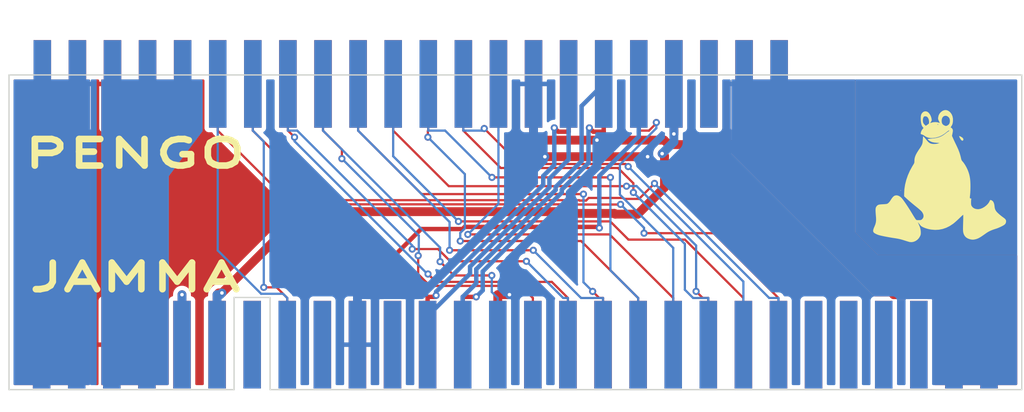
<source format=kicad_pcb>
(kicad_pcb (version 20211014) (generator pcbnew)
  (layers (0 "F.Cu" signal) (31 "B.Cu" signal) (34 "B.Paste" user) (35 "F.Paste" user) (36 "B.SilkS" user "B.Silkscreen") (37 "F.SilkS" user "F.Silkscreen") (38 "B.Mask" user) (39 "F.Mask" user) (44 "Edge.Cuts" user))
  (net 0 "")
  (net 1 "/1PS")
  (net 2 "/1P2")
  (net 3 "/1P1")
  (net 4 "/1PR")
  (net 5 "/1PU")
  (net 6 "/1PC")
  (net 7 "/1PD")
  (net 8 "/1P3")
  (net 9 "/GREEN")
  (net 10 "/RED")
  (net 11 "/TEST")
  (net 12 "/2PL")
  (net 13 "/2P1")
  (net 14 "/-5V")
  (net 15 "/12V")
  (net 16 "/S+")
  (net 17 "/2P2")
  (net 18 "/2PR")
  (net 19 "/2PS")
  (net 20 "/2PU")
  (net 21 "/SVC")
  (net 22 "/1PL")
  (net 23 "/2PD")
  (net 24 "/2PC")
  (net 25 "/CC1")
  (net 26 "/CC2")
  (net 27 "/BLUE")
  (net 28 "/SYNC")
  (net 29 "/2P3")
  (net 44 "/GND")
  (net 45 "/5V")
  (footprint "toyoshim:Connector_Edge_3.96mm_02x28_Row_JAMMA" (layer "F.Cu") (at 141.98 116.84)
    (fp_text reference "J4" hide)
    (fp_text value "JAMMA")
  )
  (footprint "toyoshim:Penguin" (layer "F.Cu") (at 189.868187 96.699061)
    (fp_text reference "G1" hide)
    (fp_text value "LOGO" hide)
  )
  (footprint "toyoshim:Connector_Edge_3.96mm_02x22_Row_PENGO" (layer "F.Cu") (at 130.175 87.376)
    (fp_text reference "J1" hide)
    (fp_text value "PENGO")
  )
  (footprint "toyoshim:Penguin_mask" (layer "F.Cu") (at 189.868187 96.699061)
    (fp_text reference "G2" hide)
    (fp_text value "LOGO" hide)
  )
  (gr_line (start 110.236 121.92) (end 110.236 111.506) (layer "Edge.Cuts") (width 0.15))
  (gr_line (start 114.3 111.506) (end 114.3 121.92) (layer "Edge.Cuts") (width 0.15))
  (gr_line (start 199.136 86.36) (end 84.836 86.36) (layer "Edge.Cuts") (width 0.15))
  (gr_line (start 110.236 111.506) (end 114.3 111.506) (layer "Edge.Cuts") (width 0.15))
  (gr_line (start 114.3 121.92) (end 199.136 121.92) (layer "Edge.Cuts") (width 0.15))
  (gr_line (start 199.136 121.92) (end 199.136 86.36) (layer "Edge.Cuts") (width 0.15))
  (gr_line (start 84.836 121.92) (end 84.836 86.36) (layer "Edge.Cuts") (width 0.15))
  (gr_line (start 84.836 121.92) (end 110.236 121.92) (layer "Edge.Cuts") (width 0.15))
  (gr_text "PENGO" (at 99.06 95.25) (layer "F.SilkS") (effects (font (size 3 5) (thickness 0.75))))
  (gr_text "JAMMA" (at 99.06 109.22) (layer "F.SilkS") (effects (font (size 3 5) (thickness 0.75))))
  (segment (start 151.4489 111.5647) (end 151.88 111.5647) (width 0.25) (layer "F.Cu") (net 1))
  (segment (start 124.235 87.376) (end 124.235 92.6513) (width 0.25) (layer "F.Cu") (net 1))
  (segment (start 151.88 116.84) (end 151.88 111.5647) (width 0.25) (layer "F.Cu") (net 1))
  (segment (start 124.235 92.6513) (end 131.4107 99.827) (width 0.25) (layer "F.Cu") (net 1))
  (segment (start 150.7064 110.8222) (end 151.4489 111.5647) (width 0.25) (layer "F.Cu") (net 1))
  (segment (start 131.4107 99.827) (end 149.6689 99.827) (width 0.25) (layer "F.Cu") (net 1))
  (via (at 150.7064 110.8222) (size 0.8) (drill 0.4) (layers "F.Cu" "B.Cu") (net 1))
  (via (at 149.6689 99.827) (size 0.8) (drill 0.4) (layers "F.Cu" "B.Cu") (net 1))
  (segment (start 149.6689 99.827) (end 149.6689 109.7847) (width 0.25) (layer "B.Cu") (net 1))
  (segment (start 149.6689 109.7847) (end 150.7064 110.8222) (width 0.25) (layer "B.Cu") (net 1))
  (segment (start 108.395 87.376) (end 108.395 92.6513) (width 0.25) (layer "F.Cu") (net 3))
  (segment (start 164.3582 104.2429) (end 156.5061 104.2429) (width 0.25) (layer "F.Cu") (net 3))
  (segment (start 148.4268 100.984) (end 148.4454 101.0026) (width 0.25) (layer "F.Cu") (net 3))
  (segment (start 108.395 92.6513) (end 116.7277 100.984) (width 0.25) (layer "F.Cu") (net 3))
  (segment (start 116.7277 100.984) (end 148.4268 100.984) (width 0.25) (layer "F.Cu") (net 3))
  (segment (start 171.68 111.5647) (end 164.3582 104.2429) (width 0.25) (layer "F.Cu") (net 3))
  (segment (start 148.4454 101.0026) (end 153.84 101.0026) (width 0.25) (layer "F.Cu") (net 3))
  (segment (start 171.68 116.84) (end 171.68 111.5647) (width 0.25) (layer "F.Cu") (net 3))
  (segment (start 153.84 101.0026) (end 153.8571 100.9855) (width 0.25) (layer "F.Cu") (net 3))
  (via (at 153.8571 100.9855) (size 0.8) (drill 0.4) (layers "F.Cu" "B.Cu") (net 3))
  (via (at 156.5061 104.2429) (size 0.8) (drill 0.4) (layers "F.Cu" "B.Cu") (net 3))
  (segment (start 156.5061 103.6345) (end 153.8571 100.9855) (width 0.25) (layer "B.Cu") (net 3))
  (segment (start 156.5061 104.2429) (end 156.5061 103.6345) (width 0.25) (layer "B.Cu") (net 3))
  (segment (start 152.692 102.9098) (end 154.7504 104.9682) (width 0.25) (layer "F.Cu") (net 4))
  (segment (start 167.72 116.84) (end 167.72 111.5647) (width 0.25) (layer "F.Cu") (net 4))
  (segment (start 135.5603 102.9098) (end 152.692 102.9098) (width 0.25) (layer "F.Cu") (net 4))
  (segment (start 161.1235 104.9682) (end 167.72 111.5647) (width 0.25) (layer "F.Cu") (net 4))
  (segment (start 154.7504 104.9682) (end 161.1235 104.9682) (width 0.25) (layer "F.Cu") (net 4))
  (via (at 135.5603 102.9098) (size 0.8) (drill 0.4) (layers "F.Cu" "B.Cu") (net 4))
  (segment (start 128.195 87.376) (end 128.195 95.5445) (width 0.25) (layer "B.Cu") (net 4))
  (segment (start 128.195 95.5445) (end 135.5603 102.9098) (width 0.25) (layer "B.Cu") (net 4))
  (segment (start 155.84 111.5647) (end 149.4044 105.1291) (width 0.25) (layer "F.Cu") (net 5))
  (segment (start 132.1094 92.6969) (end 132.1094 93.3938) (width 0.25) (layer "F.Cu") (net 5))
  (segment (start 132.155 92.6513) (end 132.1094 92.6969) (width 0.25) (layer "F.Cu") (net 5))
  (segment (start 132.155 87.376) (end 132.155 92.6513) (width 0.25) (layer "F.Cu") (net 5))
  (segment (start 155.84 116.84) (end 155.84 111.5647) (width 0.25) (layer "F.Cu") (net 5))
  (segment (start 149.4044 105.1291) (end 135.7661 105.1291) (width 0.25) (layer "F.Cu") (net 5))
  (via (at 132.1094 93.3938) (size 0.8) (drill 0.4) (layers "F.Cu" "B.Cu") (net 5))
  (via (at 135.7661 105.1291) (size 0.8) (drill 0.4) (layers "F.Cu" "B.Cu") (net 5))
  (segment (start 136.2857 103.6906) (end 135.7661 104.2102) (width 0.25) (layer "B.Cu") (net 5))
  (segment (start 136.2857 97.5701) (end 136.2857 103.6906) (width 0.25) (layer "B.Cu") (net 5))
  (segment (start 135.7661 104.2102) (end 135.7661 105.1291) (width 0.25) (layer "B.Cu") (net 5))
  (segment (start 132.1094 93.3938) (end 136.2857 97.5701) (width 0.25) (layer "B.Cu") (net 5))
  (segment (start 116.315 87.376) (end 116.315 92.6513) (width 0.25) (layer "F.Cu") (net 6))
  (segment (start 132.127 108.8531) (end 133.0185 109.7446) (width 0.25) (layer "F.Cu") (net 6))
  (segment (start 116.315 92.6513) (end 117.0603 93.3966) (width 0.25) (layer "F.Cu") (net 6))
  (segment (start 147.92 116.84) (end 147.92 111.5647) (width 0.25) (layer "F.Cu") (net 6))
  (segment (start 146.0999 109.7446) (end 147.92 111.5647) (width 0.25) (layer "F.Cu") (net 6))
  (segment (start 133.0185 109.7446) (end 146.0999 109.7446) (width 0.25) (layer "F.Cu") (net 6))
  (via (at 117.0603 93.3966) (size 0.8) (drill 0.4) (layers "F.Cu" "B.Cu") (net 6))
  (via (at 132.127 108.8531) (size 0.8) (drill 0.4) (layers "F.Cu" "B.Cu") (net 6))
  (segment (start 117.0603 93.8497) (end 132.0637 108.8531) (width 0.25) (layer "B.Cu") (net 6))
  (segment (start 132.0637 108.8531) (end 132.127 108.8531) (width 0.25) (layer "B.Cu") (net 6))
  (segment (start 117.0603 93.3966) (end 117.0603 93.8497) (width 0.25) (layer "B.Cu") (net 6))
  (segment (start 159.8 116.84) (end 159.8 111.5647) (width 0.25) (layer "F.Cu") (net 7))
  (segment (start 159.8 111.5647) (end 152.616 104.3807) (width 0.25) (layer "F.Cu") (net 7))
  (segment (start 152.616 104.3807) (end 136.6213 104.3807) (width 0.25) (layer "F.Cu") (net 7))
  (via (at 136.6213 104.3807) (size 0.8) (drill 0.4) (layers "F.Cu" "B.Cu") (net 7))
  (segment (start 140.075 87.376) (end 140.075 92.6513) (width 0.25) (layer "B.Cu") (net 7))
  (segment (start 140.075 100.927) (end 136.6213 104.3807) (width 0.25) (layer "B.Cu") (net 7))
  (segment (start 140.075 92.6513) (end 140.075 100.927) (width 0.25) (layer "B.Cu") (net 7))
  (segment (start 147.995 95.9073) (end 145.8287 98.0736) (width 0.5) (layer "B.Cu") (net 9))
  (segment (start 145.8287 99.0641) (end 136.8713 108.0215) (width 0.5) (layer "B.Cu") (net 9))
  (segment (start 136.8713 108.8194) (end 132.08 113.6107) (width 0.5) (layer "B.Cu") (net 9))
  (segment (start 132.08 113.6107) (end 132.08 116.84) (width 0.5) (layer "B.Cu") (net 9))
  (segment (start 145.8287 98.0736) (end 145.8287 99.0641) (width 0.5) (layer "B.Cu") (net 9))
  (segment (start 136.8713 108.0215) (end 136.8713 108.8194) (width 0.5) (layer "B.Cu") (net 9))
  (segment (start 147.995 92.7763) (end 147.995 95.9073) (width 0.5) (layer "B.Cu") (net 9))
  (segment (start 147.995 87.376) (end 147.995 92.7763) (width 0.5) (layer "B.Cu") (net 9))
  (segment (start 132.08 111.4397) (end 132.8731 111.4397) (width 0.5) (layer "F.Cu") (net 10))
  (segment (start 132.8731 111.4397) (end 133.0388 111.274) (width 0.5) (layer "F.Cu") (net 10))
  (segment (start 147.995 92.7763) (end 146.8165 92.7763) (width 0.5) (layer "F.Cu") (net 10))
  (segment (start 146.8165 92.7763) (end 146.3782 92.338) (width 0.5) (layer "F.Cu") (net 10))
  (segment (start 132.08 116.84) (end 132.08 111.4397) (width 0.5) (layer "F.Cu") (net 10))
  (segment (start 147.995 87.376) (end 147.995 92.7763) (width 0.5) (layer "F.Cu") (net 10))
  (via (at 146.3782 92.338) (size 0.8) (drill 0.4) (layers "F.Cu" "B.Cu") (net 10))
  (via (at 133.0388 111.274) (size 0.8) (drill 0.4) (layers "F.Cu" "B.Cu") (net 10))
  (segment (start 145.1284 98.7739) (end 133.0388 110.8635) (width 0.5) (layer "B.Cu") (net 10))
  (segment (start 146.3782 92.338) (end 146.3782 96.5336) (width 0.5) (layer "B.Cu") (net 10))
  (segment (start 145.1284 97.7834) (end 145.1284 98.7739) (width 0.5) (layer "B.Cu") (net 10))
  (segment (start 133.0388 110.8635) (end 133.0388 111.274) (width 0.5) (layer "B.Cu") (net 10))
  (segment (start 146.3782 96.5336) (end 145.1284 97.7834) (width 0.5) (layer "B.Cu") (net 10))
  (segment (start 120.275 87.376) (end 120.275 92.6513) (width 0.25) (layer "F.Cu") (net 11))
  (segment (start 120.275 92.6513) (end 122.4051 94.7814) (width 0.25) (layer "F.Cu") (net 11))
  (segment (start 143.96 116.84) (end 143.96 111.5647) (width 0.25) (layer "F.Cu") (net 11))
  (segment (start 132.3449 110.1949) (end 142.5902 110.1949) (width 0.25) (layer "F.Cu") (net 11))
  (segment (start 142.5902 110.1949) (end 143.96 111.5647) (width 0.25) (layer "F.Cu") (net 11))
  (segment (start 131.0167 106.7804) (end 131.0167 108.8667) (width 0.25) (layer "F.Cu") (net 11))
  (segment (start 122.4051 94.7814) (end 122.4051 95.8207) (width 0.25) (layer "F.Cu") (net 11))
  (segment (start 131.0167 108.8667) (end 132.3449 110.1949) (width 0.25) (layer "F.Cu") (net 11))
  (via (at 122.4051 95.8207) (size 0.8) (drill 0.4) (layers "F.Cu" "B.Cu") (net 11))
  (via (at 131.0167 106.7804) (size 0.8) (drill 0.4) (layers "F.Cu" "B.Cu") (net 11))
  (segment (start 131.0842 106.7129) (end 131.0167 106.7804) (width 0.25) (layer "B.Cu") (net 11))
  (segment (start 131.0842 104.4998) (end 131.0842 106.7129) (width 0.25) (layer "B.Cu") (net 11))
  (segment (start 122.4051 95.8207) (end 131.0842 104.4998) (width 0.25) (layer "B.Cu") (net 11))
  (segment (start 155.3036 98.6055) (end 155.3036 99.6392) (width 0.25) (layer "F.Cu") (net 12))
  (segment (start 136.115 87.376) (end 136.115 92.6513) (width 0.25) (layer "F.Cu") (net 12))
  (segment (start 153.572 96.8739) (end 155.3036 98.6055) (width 0.25) (layer "F.Cu") (net 12))
  (segment (start 136.115 92.6513) (end 140.3376 96.8739) (width 0.25) (layer "F.Cu") (net 12))
  (segment (start 140.3376 96.8739) (end 153.572 96.8739) (width 0.25) (layer "F.Cu") (net 12))
  (via (at 155.3036 99.6392) (size 0.8) (drill 0.4) (layers "F.Cu" "B.Cu") (net 12))
  (segment (start 161.1156 110.6315) (end 162.0488 111.5647) (width 0.25) (layer "B.Cu") (net 12))
  (segment (start 161.1156 105.4512) (end 161.1156 110.6315) (width 0.25) (layer "B.Cu") (net 12))
  (segment (start 155.3036 99.6392) (end 161.1156 105.4512) (width 0.25) (layer "B.Cu") (net 12))
  (segment (start 163.76 116.84) (end 163.76 111.5647) (width 0.25) (layer "B.Cu") (net 12))
  (segment (start 162.0488 111.5647) (end 163.76 111.5647) (width 0.25) (layer "B.Cu") (net 12))
  (segment (start 154.1591 100.2587) (end 154.2649 100.3645) (width 0.25) (layer "F.Cu") (net 13))
  (segment (start 149.2329 100.5523) (end 149.9694 100.5523) (width 0.25) (layer "F.Cu") (net 13))
  (segment (start 112.355 92.6513) (end 120.2171 100.5134) (width 0.25) (layer "F.Cu") (net 13))
  (segment (start 149.194 100.5134) (end 149.2329 100.5523) (width 0.25) (layer "F.Cu") (net 13))
  (segment (start 155.9434 100.3645) (end 157.688 98.6199) (width 0.25) (layer "F.Cu") (net 13))
  (segment (start 150.263 100.2587) (end 154.1591 100.2587) (width 0.25) (layer "F.Cu") (net 13))
  (segment (start 120.2171 100.5134) (end 149.194 100.5134) (width 0.25) (layer "F.Cu") (net 13))
  (segment (start 112.355 87.376) (end 112.355 92.6513) (width 0.25) (layer "F.Cu") (net 13))
  (segment (start 149.9694 100.5523) (end 150.263 100.2587) (width 0.25) (layer "F.Cu") (net 13))
  (segment (start 154.2649 100.3645) (end 155.9434 100.3645) (width 0.25) (layer "F.Cu") (net 13))
  (via (at 157.688 98.6199) (size 0.8) (drill 0.4) (layers "F.Cu" "B.Cu") (net 13))
  (segment (start 171.68 111.5647) (end 170.6328 111.5647) (width 0.25) (layer "B.Cu") (net 13))
  (segment (start 170.6328 111.5647) (end 157.688 98.6199) (width 0.25) (layer "B.Cu") (net 13))
  (segment (start 171.68 116.84) (end 171.68 111.5647) (width 0.25) (layer "B.Cu") (net 13))
  (segment (start 104.36 116.84) (end 104.36 111.1897) (width 1) (layer "F.Cu") (net 14))
  (via (at 104.36 111.1897) (size 0.8) (drill 0.4) (layers "F.Cu" "B.Cu") (net 14))
  (segment (start 104.36 116.84) (end 104.36 111.1897) (width 1) (layer "B.Cu") (net 14))
  (segment (start 148.2826 102.007) (end 153.1706 102.007) (width 1) (layer "F.Cu") (net 15))
  (segment (start 158.8182 95.5229) (end 158.5487 95.2534) (width 1) (layer "F.Cu") (net 15))
  (segment (start 148.085 101.8094) (end 148.2826 102.007) (width 1) (layer "F.Cu") (net 15))
  (segment (start 108.32 116.84) (end 108.32 111.1897) (width 1) (layer "F.Cu") (net 15))
  (segment (start 108.5148 110.9949) (end 108.32 111.1897) (width 1) (layer "F.Cu") (net 15))
  (segment (start 158.8182 99.0744) (end 158.8182 95.5229) (width 1) (layer "F.Cu") (net 15))
  (segment (start 159.875 87.376) (end 159.875 92.7262) (width 1) (layer "F.Cu") (net 15))
  (segment (start 159.875 92.7262) (end 159.875 93.0263) (width 1) (layer "F.Cu") (net 15))
  (segment (start 118.0534 101.8094) (end 148.085 101.8094) (width 1) (layer "F.Cu") (net 15))
  (segment (start 155.8065 102.0861) (end 158.8182 99.0744) (width 1) (layer "F.Cu") (net 15))
  (segment (start 153.1706 102.007) (end 153.2497 102.0861) (width 1) (layer "F.Cu") (net 15))
  (segment (start 153.2497 102.0861) (end 155.8065 102.0861) (width 1) (layer "F.Cu") (net 15))
  (segment (start 108.8679 110.9949) (end 108.5148 110.9949) (width 1) (layer "F.Cu") (net 15))
  (segment (start 108.8679 110.9949) (end 118.0534 101.8094) (width 1) (layer "F.Cu") (net 15))
  (via (at 159.875 93.0263) (size 0.8) (drill 0.4) (layers "F.Cu" "B.Cu") (net 15))
  (via (at 158.5487 95.2534) (size 0.8) (drill 0.4) (layers "F.Cu" "B.Cu") (net 15))
  (via (at 108.8679 110.9949) (size 0.8) (drill 0.4) (layers "F.Cu" "B.Cu") (net 15))
  (segment (start 108.32 116.84) (end 108.32 111.1897) (width 1) (layer "B.Cu") (net 15))
  (segment (start 108.6731 111.1897) (end 108.8679 110.9949) (width 1) (layer "B.Cu") (net 15))
  (segment (start 159.875 87.376) (end 159.875 92.7262) (width 1) (layer "B.Cu") (net 15))
  (segment (start 159.875 93.9271) (end 158.5487 95.2534) (width 1) (layer "B.Cu") (net 15))
  (segment (start 159.875 92.7262) (end 159.875 93.0263) (width 1) (layer "B.Cu") (net 15))
  (segment (start 108.32 111.1897) (end 108.6731 111.1897) (width 1) (layer "B.Cu") (net 15))
  (segment (start 159.875 93.0263) (end 159.875 93.9271) (width 1) (layer "B.Cu") (net 15))
  (segment (start 131.3484 103.7717) (end 136.0278 103.7717) (width 0.5) (layer "F.Cu") (net 16))
  (segment (start 124.16 111.4397) (end 124.16 110.9601) (width 0.5) (layer "F.Cu") (net 16))
  (segment (start 124.16 116.84) (end 124.16 111.4397) (width 0.5) (layer "F.Cu") (net 16))
  (segment (start 136.0278 103.7717) (end 136.2691 103.5304) (width 0.5) (layer "F.Cu") (net 16))
  (segment (start 124.16 110.9601) (end 131.3484 103.7717) (width 0.5) (layer "F.Cu") (net 16))
  (segment (start 151.3394 103.5304) (end 151.46 103.651) (width 0.5) (layer "F.Cu") (net 16))
  (segment (start 136.2691 103.5304) (end 151.3394 103.5304) (width 0.5) (layer "F.Cu") (net 16))
  (via (at 151.46 103.651) (size 0.8) (drill 0.4) (layers "F.Cu" "B.Cu") (net 16))
  (segment (start 155.915 93.3176) (end 155.915 92.7763) (width 0.5) (layer "B.Cu") (net 16))
  (segment (start 151.46 103.651) (end 151.46 97.7726) (width 0.5) (layer "B.Cu") (net 16))
  (segment (start 155.915 87.376) (end 155.915 92.7763) (width 0.5) (layer "B.Cu") (net 16))
  (segment (start 151.46 97.7726) (end 155.915 93.3176) (width 0.5) (layer "B.Cu") (net 16))
  (segment (start 154.4322 96.4235) (end 154.7213 96.7126) (width 0.25) (layer "F.Cu") (net 18))
  (segment (start 142.4844 96.4235) (end 154.4322 96.4235) (width 0.25) (layer "F.Cu") (net 18))
  (segment (start 138.4726 92.4117) (end 142.4844 96.4235) (width 0.25) (layer "F.Cu") (net 18))
  (via (at 138.4726 92.4117) (size 0.8) (drill 0.4) (layers "F.Cu" "B.Cu") (net 18))
  (via (at 154.7213 96.7126) (size 0.8) (drill 0.4) (layers "F.Cu" "B.Cu") (net 18))
  (segment (start 136.115 92.6513) (end 138.233 92.6513) (width 0.25) (layer "B.Cu") (net 18))
  (segment (start 167.72 116.84) (end 167.72 109.7113) (width 0.25) (layer "B.Cu") (net 18))
  (segment (start 138.233 92.6513) (end 138.4726 92.4117) (width 0.25) (layer "B.Cu") (net 18))
  (segment (start 136.115 87.376) (end 136.115 92.6513) (width 0.25) (layer "B.Cu") (net 18))
  (segment (start 167.72 109.7113) (end 154.7213 96.7126) (width 0.25) (layer "B.Cu") (net 18))
  (segment (start 134.56 106.1721) (end 144.0062 106.1721) (width 0.25) (layer "F.Cu") (net 19))
  (via (at 144.0062 106.1721) (size 0.8) (drill 0.4) (layers "F.Cu" "B.Cu") (net 19))
  (via (at 134.56 106.1721) (size 0.8) (drill 0.4) (layers "F.Cu" "B.Cu") (net 19))
  (segment (start 124.235 87.376) (end 124.235 92.6513) (width 0.25) (layer "B.Cu") (net 19))
  (segment (start 134.56 102.9763) (end 134.56 106.1721) (width 0.25) (layer "B.Cu") (net 19))
  (segment (start 151.88 116.84) (end 151.88 111.5647) (width 0.25) (layer "B.Cu") (net 19))
  (segment (start 149.3988 111.5647) (end 144.0062 106.1721) (width 0.25) (layer "B.Cu") (net 19))
  (segment (start 124.235 92.6513) (end 134.56 102.9763) (width 0.25) (layer "B.Cu") (net 19))
  (segment (start 151.88 111.5647) (end 149.3988 111.5647) (width 0.25) (layer "B.Cu") (net 19))
  (segment (start 139.3448 97.9373) (end 152.7123 97.9373) (width 0.25) (layer "F.Cu") (net 20))
  (via (at 139.3448 97.9373) (size 0.8) (drill 0.4) (layers "F.Cu" "B.Cu") (net 20))
  (via (at 152.7123 97.9373) (size 0.8) (drill 0.4) (layers "F.Cu" "B.Cu") (net 20))
  (segment (start 152.7123 97.9373) (end 152.7123 108.437) (width 0.25) (layer "B.Cu") (net 20))
  (segment (start 152.7123 108.437) (end 155.84 111.5647) (width 0.25) (layer "B.Cu") (net 20))
  (segment (start 134.0588 92.6513) (end 139.3448 97.9373) (width 0.25) (layer "B.Cu") (net 20))
  (segment (start 132.155 87.376) (end 132.155 92.6513) (width 0.25) (layer "B.Cu") (net 20))
  (segment (start 132.155 92.6513) (end 134.0588 92.6513) (width 0.25) (layer "B.Cu") (net 20))
  (segment (start 155.84 116.84) (end 155.84 111.5647) (width 0.25) (layer "B.Cu") (net 20))
  (segment (start 135.0488 109.0193) (end 139.3226 109.0193) (width 0.25) (layer "F.Cu") (net 21))
  (segment (start 133.4908 107.4613) (end 135.0488 109.0193) (width 0.25) (layer "F.Cu") (net 21))
  (via (at 139.3226 109.0193) (size 0.8) (drill 0.4) (layers "F.Cu" "B.Cu") (net 21))
  (via (at 133.4908 107.4613) (size 0.8) (drill 0.4) (layers "F.Cu" "B.Cu") (net 21))
  (segment (start 133.4908 105.8671) (end 133.4908 107.4613) (width 0.25) (layer "B.Cu") (net 21))
  (segment (start 139.3226 110.8873) (end 140 111.5647) (width 0.25) (layer "B.Cu") (net 21))
  (segment (start 120.275 92.6513) (end 133.4908 105.8671) (width 0.25) (layer "B.Cu") (net 21))
  (segment (start 139.3226 109.0193) (end 139.3226 110.8873) (width 0.25) (layer "B.Cu") (net 21))
  (segment (start 120.275 87.376) (end 120.275 92.6513) (width 0.25) (layer "B.Cu") (net 21))
  (segment (start 140 116.84) (end 140 111.5647) (width 0.25) (layer "B.Cu") (net 21))
  (segment (start 163.76 116.84) (end 163.76 111.5647) (width 0.25) (layer "F.Cu") (net 22))
  (segment (start 128.195 87.376) (end 128.195 92.6513) (width 0.25) (layer "F.Cu") (net 22))
  (segment (start 128.195 92.6513) (end 134.4747 98.931) (width 0.25) (layer "F.Cu") (net 22))
  (segment (start 162.3845 110.8174) (end 163.1318 111.5647) (width 0.25) (layer "F.Cu") (net 22))
  (segment (start 163.1318 111.5647) (end 163.76 111.5647) (width 0.25) (layer "F.Cu") (net 22))
  (segment (start 134.4747 98.931) (end 154.5319 98.931) (width 0.25) (layer "F.Cu") (net 22))
  (via (at 154.5319 98.931) (size 0.8) (drill 0.4) (layers "F.Cu" "B.Cu") (net 22))
  (via (at 162.3845 110.8174) (size 0.8) (drill 0.4) (layers "F.Cu" "B.Cu") (net 22))
  (segment (start 162.3845 110.8174) (end 162.3844 110.8174) (width 0.25) (layer "B.Cu") (net 22))
  (segment (start 162.3844 110.8174) (end 162.3844 105.6356) (width 0.25) (layer "B.Cu") (net 22))
  (segment (start 155.6627 98.9139) (end 154.549 98.9139) (width 0.25) (layer "B.Cu") (net 22))
  (segment (start 162.3844 105.6356) (end 155.6627 98.9139) (width 0.25) (layer "B.Cu") (net 22))
  (segment (start 154.549 98.9139) (end 154.5319 98.931) (width 0.25) (layer "B.Cu") (net 22))
  (segment (start 155.915 87.376) (end 155.915 92.6513) (width 0.25) (layer "F.Cu") (net 23))
  (segment (start 157.0659 92.6513) (end 157.8949 91.8223) (width 0.25) (layer "F.Cu") (net 23))
  (segment (start 155.915 92.6513) (end 157.0659 92.6513) (width 0.25) (layer "F.Cu") (net 23))
  (segment (start 157.8949 91.8223) (end 157.8949 91.7297) (width 0.25) (layer "F.Cu") (net 23))
  (segment (start 157.8949 91.7297) (end 157.895 91.7297) (width 0.25) (layer "F.Cu") (net 23))
  (via (at 157.895 91.7297) (size 0.8) (drill 0.4) (layers "F.Cu" "B.Cu") (net 23))
  (segment (start 153.7842 96.4894) (end 153.7842 99.8867) (width 0.25) (layer "B.Cu") (net 23))
  (segment (start 153.7842 99.8867) (end 159.8 105.9025) (width 0.25) (layer "B.Cu") (net 23))
  (segment (start 157.895 91.7297) (end 157.895 92.3786) (width 0.25) (layer "B.Cu") (net 23))
  (segment (start 159.8 105.9025) (end 159.8 116.84) (width 0.25) (layer "B.Cu") (net 23))
  (segment (start 157.895 92.3786) (end 153.7842 96.4894) (width 0.25) (layer "B.Cu") (net 23))
  (segment (start 133.259 106.0359) (end 130.3463 106.0359) (width 0.25) (layer "F.Cu") (net 24))
  (segment (start 143.2333 107.4162) (end 134.6393 107.4162) (width 0.25) (layer "F.Cu") (net 24))
  (segment (start 134.6393 107.4162) (end 133.259 106.0359) (width 0.25) (layer "F.Cu") (net 24))
  (via (at 143.2333 107.4162) (size 0.8) (drill 0.4) (layers "F.Cu" "B.Cu") (net 24))
  (via (at 130.3463 106.0359) (size 0.8) (drill 0.4) (layers "F.Cu" "B.Cu") (net 24))
  (segment (start 147.92 116.84) (end 147.92 111.5647) (width 0.25) (layer "B.Cu") (net 24))
  (segment (start 116.315 92.6513) (end 117.3609 92.6513) (width 0.25) (layer "B.Cu") (net 24))
  (segment (start 130.3462 105.6366) (end 130.3462 106.0359) (width 0.25) (layer "B.Cu") (net 24))
  (segment (start 130.3462 106.0359) (end 130.3463 106.0359) (width 0.25) (layer "B.Cu") (net 24))
  (segment (start 147.3818 111.5647) (end 147.92 111.5647) (width 0.25) (layer "B.Cu") (net 24))
  (segment (start 143.2333 107.4162) (end 147.3818 111.5647) (width 0.25) (layer "B.Cu") (net 24))
  (segment (start 117.3609 92.6513) (end 130.3462 105.6366) (width 0.25) (layer "B.Cu") (net 24))
  (segment (start 116.315 87.376) (end 116.315 92.6513) (width 0.25) (layer "B.Cu") (net 24))
  (segment (start 116.24 116.84) (end 116.24 111.5647) (width 0.25) (layer "F.Cu") (net 25))
  (segment (start 113.5908 110.3626) (end 115.0379 110.3626) (width 0.25) (layer "F.Cu") (net 25))
  (segment (start 115.0379 110.3626) (end 116.24 111.5647) (width 0.25) (layer "F.Cu") (net 25))
  (via (at 113.5908 110.3626) (size 0.8) (drill 0.4) (layers "F.Cu" "B.Cu") (net 25))
  (segment (start 112.355 92.6513) (end 113.5908 93.8871) (width 0.25) (layer "B.Cu") (net 25))
  (segment (start 113.5908 93.8871) (end 113.5908 110.3626) (width 0.25) (layer "B.Cu") (net 25))
  (segment (start 112.355 87.376) (end 112.355 92.6513) (width 0.25) (layer "B.Cu") (net 25))
  (segment (start 113.2904 111.0879) (end 115.7632 111.0879) (width 0.25) (layer "B.Cu") (net 26))
  (segment (start 115.7632 111.0879) (end 116.24 111.5647) (width 0.25) (layer "B.Cu") (net 26))
  (segment (start 116.24 116.84) (end 116.24 111.5647) (width 0.25) (layer "B.Cu") (net 26))
  (segment (start 108.395 87.376) (end 108.395 106.1925) (width 0.25) (layer "B.Cu") (net 26))
  (segment (start 108.395 106.1925) (end 113.2904 111.0879) (width 0.25) (layer "B.Cu") (net 26))
  (segment (start 151.955 92.7763) (end 150.7735 92.7763) (width 0.5) (layer "F.Cu") (net 27))
  (segment (start 151.955 87.376) (end 151.955 92.7763) (width 0.5) (layer "F.Cu") (net 27))
  (segment (start 136.04 116.84) (end 136.04 111.4397) (width 0.5) (layer "F.Cu") (net 27))
  (segment (start 150.7735 92.7763) (end 150.338 92.3408) (width 0.5) (layer "F.Cu") (net 27))
  (segment (start 137.5656 111.4397) (end 136.04 111.4397) (width 0.5) (layer "F.Cu") (net 27))
  (via (at 137.5656 111.4397) (size 0.8) (drill 0.4) (layers "F.Cu" "B.Cu") (net 27))
  (via (at 150.338 92.3408) (size 0.8) (drill 0.4) (layers "F.Cu" "B.Cu") (net 27))
  (segment (start 147.2293 99.3144) (end 150.239 96.3047) (width 0.5) (layer "B.Cu") (net 27))
  (segment (start 138.3017 108.5721) (end 147.2293 99.6445) (width 0.5) (layer "B.Cu") (net 27))
  (segment (start 137.5656 111.4397) (end 138.3017 110.7036) (width 0.5) (layer "B.Cu") (net 27))
  (segment (start 150.239 96.3047) (end 150.239 92.4398) (width 0.5) (layer "B.Cu") (net 27))
  (segment (start 138.3017 110.7036) (end 138.3017 108.5721) (width 0.5) (layer "B.Cu") (net 27))
  (segment (start 150.239 92.4398) (end 150.338 92.3408) (width 0.5) (layer "B.Cu") (net 27))
  (segment (start 147.2293 99.6445) (end 147.2293 99.3144) (width 0.5) (layer "B.Cu") (net 27))
  (segment (start 137.5716 108.3117) (end 137.5716 109.9081) (width 0.5) (layer "B.Cu") (net 28))
  (segment (start 146.529 99.0242) (end 146.529 99.3543) (width 0.5) (layer "B.Cu") (net 28))
  (segment (start 149.4609 96.0923) (end 146.529 99.0242) (width 0.5) (layer "B.Cu") (net 28))
  (segment (start 151.955 87.376) (end 149.4609 89.8701) (width 0.5) (layer "B.Cu") (net 28))
  (segment (start 146.529 99.3543) (end 137.5716 108.3117) (width 0.5) (layer "B.Cu") (net 28))
  (segment (start 137.5716 109.9081) (end 136.04 111.4397) (width 0.5) (layer "B.Cu") (net 28))
  (segment (start 136.04 116.84) (end 136.04 111.4397) (width 0.5) (layer "B.Cu") (net 28))
  (segment (start 149.4609 89.8701) (end 149.4609 96.0923) (width 0.5) (layer "B.Cu") (net 28))
  (segment (start 167.1609 93.6604) (end 184.6902 111.1897) (width 1) (layer "F.Cu") (net 44))
  (segment (start 175.5861 100.3822) (end 183.9703 108.7664) (width 1) (layer "F.Cu") (net 44))
  (segment (start 191.48 116.84) (end 191.48 111.1897) (width 1) (layer "F.Cu") (net 44))
  (segment (start 195.44 116.84) (end 195.44 111.1897) (width 1) (layer "F.Cu") (net 44))
  (segment (start 144.035 93.0263) (end 144.7354 93.7267) (width 1) (layer "F.Cu") (net 44))
  (segment (start 167.795 87.376) (end 167.795 93.0263) (width 1) (layer "F.Cu") (net 44))
  (segment (start 193.0167 108.7664) (end 195.44 111.1897) (width 1) (layer "F.Cu") (net 44))
  (segment (start 159.2855 94.2299) (end 158.7823 93.7267) (width 1) (layer "F.Cu") (net 44))
  (segment (start 167.795 93.0263) (end 167.1609 93.6604) (width 1) (layer "F.Cu") (net 44))
  (segment (start 144.7354 93.7267) (end 151.1894 93.7267) (width 1) (layer "F.Cu") (net 44))
  (segment (start 140 116.84) (end 140 111.1897) (width 1) (layer "F.Cu") (net 44))
  (segment (start 184.6902 111.1897) (end 191.48 111.1897) (width 1) (layer "F.Cu") (net 44))
  (segment (start 144.035 87.376) (end 144.035 93.0263) (width 1) (layer "F.Cu") (net 44))
  (segment (start 88.595 87.376) (end 88.595 111.1147) (width 1) (layer "F.Cu") (net 44))
  (segment (start 166.5914 94.2299) (end 159.2855 94.2299) (width 1) (layer "F.Cu") (net 44))
  (segment (start 158.7823 93.7267) (end 151.1894 93.7267) (width 1) (layer "F.Cu") (net 44))
  (segment (start 167.1609 93.6604) (end 166.5914 94.2299) (width 1) (layer "F.Cu") (net 44))
  (segment (start 183.9703 108.7664) (end 193.0167 108.7664) (width 1) (layer "F.Cu") (net 44))
  (segment (start 88.595 111.1147) (end 88.52 111.1897) (width 1) (layer "F.Cu") (net 44))
  (segment (start 92.555 87.376) (end 92.555 111.1147) (width 1) (layer "F.Cu") (net 44))
  (segment (start 92.48 116.84) (end 92.48 111.1897) (width 1) (layer "F.Cu") (net 44))
  (segment (start 92.555 111.1147) (end 92.48 111.1897) (width 1) (layer "F.Cu") (net 44))
  (segment (start 175.5861 91.2071) (end 175.5861 100.3822) (width 1) (layer "F.Cu") (net 44))
  (segment (start 156.9103 95.5981) (end 145.3142 95.5981) (width 1) (layer "F.Cu") (net 44))
  (segment (start 88.52 116.84) (end 88.52 111.1897) (width 1) (layer "F.Cu") (net 44))
  (segment (start 171.755 87.376) (end 175.5861 91.2071) (width 1) (layer "F.Cu") (net 44))
  (segment (start 141.3177 111.1897) (end 140 111.1897) (width 1) (layer "F.Cu") (net 44))
  (via (at 151.1894 93.7267) (size 0.8) (drill 0.4) (layers "F.Cu" "B.Cu") (net 44))
  (via (at 141.3177 111.1897) (size 0.8) (drill 0.4) (layers "F.Cu" "B.Cu") (net 44))
  (via (at 156.9103 95.5981) (size 0.8) (drill 0.4) (layers "F.Cu" "B.Cu") (net 44))
  (via (at 145.3142 95.5981) (size 0.8) (drill 0.4) (layers "F.Cu" "B.Cu") (net 44))
  (segment (start 148.1797 100.4253) (end 141.3178 107.2872) (width 1) (layer "B.Cu") (net 44))
  (segment (start 157.8153 96.5031) (end 164.3182 96.5031) (width 1) (layer "B.Cu") (net 44))
  (segment (start 144.035 95.5981) (end 145.3142 95.5981) (width 1) (layer "B.Cu") (net 44))
  (segment (start 151.1894 93.7267) (end 151.1894 96.6992) (width 1) (layer "B.Cu") (net 44))
  (segment (start 156.9103 95.5981) (end 157.8153 96.5031) (width 1) (layer "B.Cu") (net 44))
  (segment (start 88.52 93.1013) (end 88.52 116.84) (width 1) (layer "B.Cu") (net 44))
  (segment (start 191.48 116.84) (end 191.48 111.1897) (width 1) (layer "B.Cu") (net 44))
  (segment (start 92.555 87.376) (end 92.555 111.1147) (width 1) (layer "B.Cu") (net 44))
  (segment (start 92.555 111.1147) (end 92.48 111.1897) (width 1) (layer "B.Cu") (net 44))
  (segment (start 124.16 116.84) (end 124.16 111.1897) (width 1) (layer "B.Cu") (net 44))
  (segment (start 92.48 116.84) (end 92.48 111.1897) (width 1) (layer "B.Cu") (net 44))
  (segment (start 144.035 95.5981) (end 144.035 98.5232) (width 1) (layer "B.Cu") (net 44))
  (segment (start 164.3182 96.5031) (end 167.795 93.0263) (width 1) (layer "B.Cu") (net 44))
  (segment (start 88.595 93.0263) (end 88.52 93.1013) (width 1) (layer "B.Cu") (net 44))
  (segment (start 167.795 87.376) (end 167.795 93.0263) (width 1) (layer "B.Cu") (net 44))
  (segment (start 151.1894 96.6992) (end 148.1797 99.7089) (width 1) (layer "B.Cu") (net 44))
  (segment (start 144.035 93.0263) (end 144.035 95.5981) (width 1) (layer "B.Cu") (net 44))
  (segment (start 144.035 87.376) (end 144.035 93.0263) (width 1) (layer "B.Cu") (net 44))
  (segment (start 148.1797 99.7089) (end 148.1797 100.4253) (width 1) (layer "B.Cu") (net 44))
  (segment (start 144.035 98.5232) (end 131.3685 111.1897) (width 1) (layer "B.Cu") (net 44))
  (segment (start 88.595 87.376) (end 88.595 93.0263) (width 1) (layer "B.Cu") (net 44))
  (segment (start 141.3178 111.1897) (end 141.3177 111.1897) (width 1) (layer "B.Cu") (net 44))
  (segment (start 141.3178 107.2872) (end 141.3178 111.1897) (width 1) (layer "B.Cu") (net 44))
  (segment (start 131.3685 111.1897) (end 124.16 111.1897) (width 1) (layer "B.Cu") (net 44))
  (segment (start 185.9584 111.1897) (end 191.48 111.1897) (width 1) (layer "B.Cu") (net 44))
  (segment (start 167.795 93.0263) (end 185.9584 111.1897) (width 1) (layer "B.Cu") (net 44))
  (segment (start 96.515 111.1147) (end 96.44 111.1897) (width 1) (layer "F.Cu") (net 45))
  (segment (start 100.4 116.84) (end 100.4 111.1897) (width 1) (layer "F.Cu") (net 45))
  (segment (start 100.475 87.376) (end 100.475 111.1147) (width 1) (layer "F.Cu") (net 45))
  (segment (start 96.44 116.84) (end 96.44 111.1897) (width 1) (layer "F.Cu") (net 45))
  (segment (start 96.515 87.376) (end 96.515 111.1147) (width 1) (layer "F.Cu") (net 45))
  (segment (start 100.475 111.1147) (end 100.4 111.1897) (width 1) (layer "F.Cu") (net 45))
  (segment (start 104.435 87.376) (end 100.475 87.376) (width 1) (layer "F.Cu") (net 45))
  (segment (start 104.435 87.376) (end 104.435 93.0263) (width 1) (layer "B.Cu") (net 45))
  (segment (start 96.515 111.1147) (end 96.44 111.1897) (width 1) (layer "B.Cu") (net 45))
  (segment (start 104.435 93.0263) (end 100.4 97.0613) (width 1) (layer "B.Cu") (net 45))
  (segment (start 96.515 87.376) (end 96.515 111.1147) (width 1) (layer "B.Cu") (net 45))
  (segment (start 100.475 87.376) (end 96.515 87.376) (width 1) (layer "B.Cu") (net 45))
  (segment (start 96.44 116.84) (end 96.44 111.1897) (width 1) (layer "B.Cu") (net 45))
  (segment (start 100.4 97.0613) (end 100.4 116.84) (width 1) (layer "B.Cu") (net 45))
  (zone (net 44) (net_name "/GND") (layers F&B.Cu) (priority 3) (connect_pads yes (clearance 0.508)) (min_thickness 0.254) (fill yes (thermal_gap 0.508) (thermal_bridge_width 0.508))
    (polygon (pts (xy 180.34 104.14) (xy 182.88 106.68) (xy 199.39 106.68) (xy 199.39 124.46) (xy 189.23 124.46) (xy 189.23 111.76) (xy 182.88 111.76) (xy 166.37 95.25) (xy 166.37 85.09) (xy 180.34 85.09)))
  )
  (zone (net 45) (net_name "/5V") (layer "F.Cu") (priority 1) (connect_pads (clearance 0.508)) (min_thickness 0.254) (fill yes (thermal_gap 0.508) (thermal_bridge_width 0.508))
    (polygon (pts (xy 180.34 104.14) (xy 182.88 106.68) (xy 199.39 106.68) (xy 199.39 121.92) (xy 85.09 121.92) (xy 85.09 86.36) (xy 180.34 86.36)))
  )
  (zone (net 44) (net_name "/GND") (layers F&B.Cu) (priority 3) (connect_pads yes (clearance 0.508)) (min_thickness 0.254) (fill yes (thermal_gap 0.508) (thermal_bridge_width 0.508))
    (polygon (pts (xy 93.98 123.19) (xy 83.82 123.19) (xy 83.82 85.09) (xy 93.98 85.09)))
  )
  (zone (net 45) (net_name "/5V") (layers F&B.Cu) (priority 3) (connect_pads yes (clearance 0.508)) (min_thickness 0.254) (fill yes (thermal_gap 0.508) (thermal_bridge_width 0.508))
    (polygon (pts (xy 106.68 92.71) (xy 102.87 97.79) (xy 102.87 123.19) (xy 95.25 123.19) (xy 95.25 85.09) (xy 106.68 85.09)))
  )
  (zone (net 44) (net_name "/GND") (layer "B.Cu") (connect_pads (clearance 0.508)) (min_thickness 0.254) (fill yes (thermal_gap 0.508) (thermal_bridge_width 0.508))
    (polygon (pts (xy 199.39 121.92) (xy 85.09 121.92) (xy 85.09 86.36) (xy 199.39 86.36)))
  )
)
</source>
